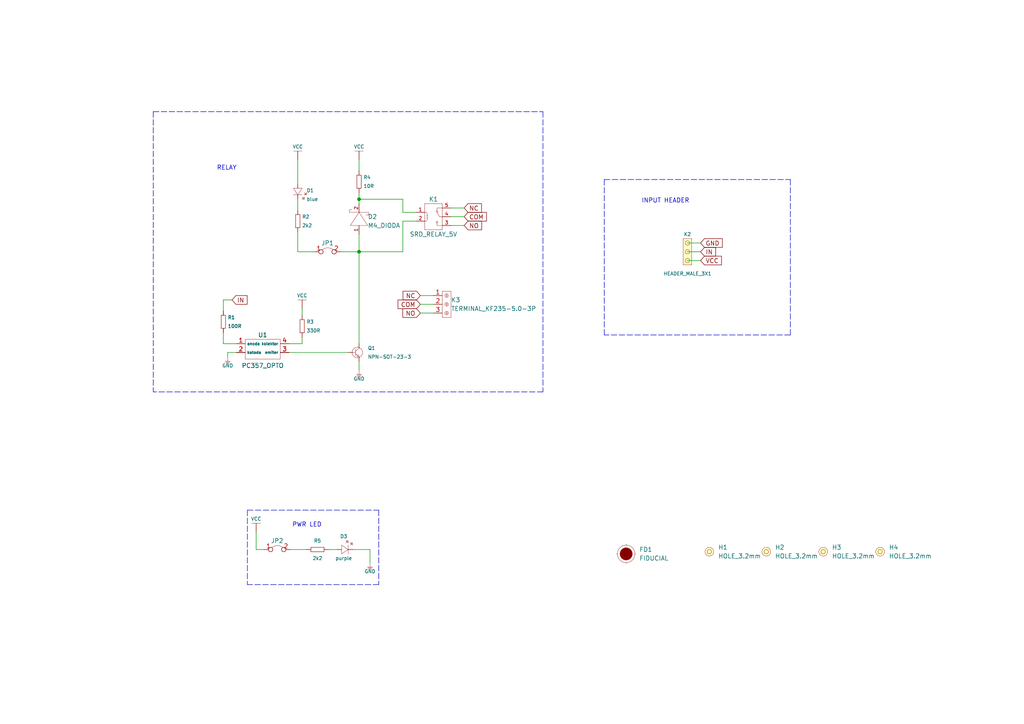
<source format=kicad_sch>
(kicad_sch (version 20210621) (generator eeschema)

  (uuid a693df8b-e501-4c31-9561-6d047d54d2df)

  (paper "A4")

  (title_block
    (title "1CH relay board")
    (date "2021-07-13")
    (rev "V1.1.1.")
    (company "SOLDERED")
    (comment 1 "333024")
  )

  (lib_symbols
    (symbol "e-radionica.com schematics:0402LED" (pin_numbers hide) (pin_names (offset 0.254) hide) (in_bom yes) (on_board yes)
      (property "Reference" "D" (id 0) (at -0.635 2.54 0)
        (effects (font (size 1 1)))
      )
      (property "Value" "0402LED" (id 1) (at 0 -2.54 0)
        (effects (font (size 1 1)))
      )
      (property "Footprint" "e-radionica.com footprinti:0402LED" (id 2) (at 0 5.08 0)
        (effects (font (size 1 1)) hide)
      )
      (property "Datasheet" "" (id 3) (at 0 0 0)
        (effects (font (size 1 1)) hide)
      )
      (property "Package" "0402" (id 4) (at 0 0 0)
        (effects (font (size 1.27 1.27)) hide)
      )
      (symbol "0402LED_0_1"
        (polyline
          (pts
            (xy -0.635 1.27)
            (xy 1.27 0)
          )
          (stroke (width 0.0006)) (fill (type none))
        )
        (polyline
          (pts
            (xy 0.635 1.905)
            (xy 1.27 2.54)
          )
          (stroke (width 0.0006)) (fill (type none))
        )
        (polyline
          (pts
            (xy 1.27 1.27)
            (xy 1.27 -1.27)
          )
          (stroke (width 0.0006)) (fill (type none))
        )
        (polyline
          (pts
            (xy 1.905 1.27)
            (xy 2.54 1.905)
          )
          (stroke (width 0.0006)) (fill (type none))
        )
        (polyline
          (pts
            (xy -0.635 1.27)
            (xy -0.635 -1.27)
            (xy 1.27 0)
          )
          (stroke (width 0.0006)) (fill (type none))
        )
        (polyline
          (pts
            (xy 1.27 2.54)
            (xy 0.635 2.54)
            (xy 1.27 1.905)
            (xy 1.27 2.54)
          )
          (stroke (width 0.0006)) (fill (type none))
        )
        (polyline
          (pts
            (xy 2.54 1.905)
            (xy 1.905 1.905)
            (xy 2.54 1.27)
            (xy 2.54 1.905)
          )
          (stroke (width 0.0006)) (fill (type none))
        )
      )
      (symbol "0402LED_1_1"
        (pin passive line (at -1.905 0 0) (length 1.27)
          (name "A" (effects (font (size 1.27 1.27))))
          (number "1" (effects (font (size 1.27 1.27))))
        )
        (pin passive line (at 2.54 0 180) (length 1.27)
          (name "K" (effects (font (size 1.27 1.27))))
          (number "2" (effects (font (size 1.27 1.27))))
        )
      )
    )
    (symbol "e-radionica.com schematics:0402R" (pin_numbers hide) (pin_names (offset 0.254)) (in_bom yes) (on_board yes)
      (property "Reference" "R" (id 0) (at -1.905 1.27 0)
        (effects (font (size 1 1)))
      )
      (property "Value" "0402R" (id 1) (at 0 -1.27 0)
        (effects (font (size 1 1)))
      )
      (property "Footprint" "e-radionica.com footprinti:0402R" (id 2) (at -2.54 1.905 0)
        (effects (font (size 1 1)) hide)
      )
      (property "Datasheet" "" (id 3) (at -2.54 1.905 0)
        (effects (font (size 1 1)) hide)
      )
      (symbol "0402R_0_1"
        (rectangle (start -1.905 -0.635) (end 1.905 -0.6604)
          (stroke (width 0.1)) (fill (type none))
        )
        (rectangle (start -1.905 0.635) (end -1.8796 -0.635)
          (stroke (width 0.1)) (fill (type none))
        )
        (rectangle (start -1.905 0.635) (end 1.905 0.6096)
          (stroke (width 0.1)) (fill (type none))
        )
        (rectangle (start 1.905 0.635) (end 1.9304 -0.635)
          (stroke (width 0.1)) (fill (type none))
        )
      )
      (symbol "0402R_1_1"
        (pin passive line (at -3.175 0 0) (length 1.27)
          (name "~" (effects (font (size 1.27 1.27))))
          (number "1" (effects (font (size 1.27 1.27))))
        )
        (pin passive line (at 3.175 0 180) (length 1.27)
          (name "~" (effects (font (size 1.27 1.27))))
          (number "2" (effects (font (size 1.27 1.27))))
        )
      )
    )
    (symbol "e-radionica.com schematics:0603R" (pin_numbers hide) (pin_names (offset 0.254)) (in_bom yes) (on_board yes)
      (property "Reference" "R" (id 0) (at -1.905 1.905 0)
        (effects (font (size 1 1)))
      )
      (property "Value" "0603R" (id 1) (at 0 -1.905 0)
        (effects (font (size 1 1)))
      )
      (property "Footprint" "e-radionica.com footprinti:0603R" (id 2) (at -0.635 1.905 0)
        (effects (font (size 1 1)) hide)
      )
      (property "Datasheet" "" (id 3) (at -0.635 1.905 0)
        (effects (font (size 1 1)) hide)
      )
      (symbol "0603R_0_1"
        (rectangle (start -1.905 -0.635) (end 1.905 -0.6604)
          (stroke (width 0.1)) (fill (type none))
        )
        (rectangle (start -1.905 0.635) (end -1.8796 -0.635)
          (stroke (width 0.1)) (fill (type none))
        )
        (rectangle (start -1.905 0.635) (end 1.905 0.6096)
          (stroke (width 0.1)) (fill (type none))
        )
        (rectangle (start 1.905 0.635) (end 1.9304 -0.635)
          (stroke (width 0.1)) (fill (type none))
        )
      )
      (symbol "0603R_1_1"
        (pin passive line (at -3.175 0 0) (length 1.27)
          (name "~" (effects (font (size 1.27 1.27))))
          (number "1" (effects (font (size 1.27 1.27))))
        )
        (pin passive line (at 3.175 0 180) (length 1.27)
          (name "~" (effects (font (size 1.27 1.27))))
          (number "2" (effects (font (size 1.27 1.27))))
        )
      )
    )
    (symbol "e-radionica.com schematics:FIDUCIAL" (in_bom yes) (on_board yes)
      (property "Reference" "FD" (id 0) (at 0 3.81 0)
        (effects (font (size 1.27 1.27)))
      )
      (property "Value" "FIDUCIAL" (id 1) (at 0 -3.81 0)
        (effects (font (size 1.27 1.27)))
      )
      (property "Footprint" "e-radionica.com footprinti:FIDUCIAL_23" (id 2) (at 0.254 -5.334 0)
        (effects (font (size 1.27 1.27)) hide)
      )
      (property "Datasheet" "" (id 3) (at 0 0 0)
        (effects (font (size 1.27 1.27)) hide)
      )
      (symbol "FIDUCIAL_0_1"
        (circle (center 0 0) (radius 2.54) (stroke (width 0.0006)) (fill (type none)))
        (circle (center 0 0) (radius 1.7961) (stroke (width 0.001)) (fill (type outline)))
        (polyline
          (pts
            (xy -2.54 0)
            (xy -2.794 0)
          )
          (stroke (width 0.0006)) (fill (type none))
        )
        (polyline
          (pts
            (xy 0 -2.54)
            (xy 0 -2.794)
          )
          (stroke (width 0.0006)) (fill (type none))
        )
        (polyline
          (pts
            (xy 0 2.54)
            (xy 0 2.794)
          )
          (stroke (width 0.0006)) (fill (type none))
        )
        (polyline
          (pts
            (xy 2.54 0)
            (xy 2.794 0)
          )
          (stroke (width 0.0006)) (fill (type none))
        )
      )
    )
    (symbol "e-radionica.com schematics:GND" (power) (pin_names (offset 0)) (in_bom yes) (on_board yes)
      (property "Reference" "#PWR" (id 0) (at 4.445 0 0)
        (effects (font (size 1 1)) hide)
      )
      (property "Value" "GND" (id 1) (at 0 -2.921 0)
        (effects (font (size 1 1)))
      )
      (property "Footprint" "" (id 2) (at 4.445 3.81 0)
        (effects (font (size 1 1)) hide)
      )
      (property "Datasheet" "" (id 3) (at 4.445 3.81 0)
        (effects (font (size 1 1)) hide)
      )
      (property "ki_keywords" "power-flag" (id 4) (at 0 0 0)
        (effects (font (size 1.27 1.27)) hide)
      )
      (property "ki_description" "Power symbol creates a global label with name \"+3V3\"" (id 5) (at 0 0 0)
        (effects (font (size 1.27 1.27)) hide)
      )
      (symbol "GND_0_1"
        (polyline
          (pts
            (xy -0.762 -1.27)
            (xy 0.762 -1.27)
          )
          (stroke (width 0.0006)) (fill (type none))
        )
        (polyline
          (pts
            (xy -0.635 -1.524)
            (xy 0.635 -1.524)
          )
          (stroke (width 0.0006)) (fill (type none))
        )
        (polyline
          (pts
            (xy -0.381 -1.778)
            (xy 0.381 -1.778)
          )
          (stroke (width 0.0006)) (fill (type none))
        )
        (polyline
          (pts
            (xy -0.127 -2.032)
            (xy 0.127 -2.032)
          )
          (stroke (width 0.0006)) (fill (type none))
        )
        (polyline
          (pts
            (xy 0 0)
            (xy 0 -1.27)
          )
          (stroke (width 0.0006)) (fill (type none))
        )
      )
      (symbol "GND_1_1"
        (pin power_in line (at 0 0 270) (length 0) hide
          (name "GND" (effects (font (size 1.27 1.27))))
          (number "1" (effects (font (size 1.27 1.27))))
        )
      )
    )
    (symbol "e-radionica.com schematics:HEADER_MALE_3X1" (pin_numbers hide) (pin_names hide) (in_bom yes) (on_board yes)
      (property "Reference" "K" (id 0) (at -0.635 5.08 0)
        (effects (font (size 1 1)))
      )
      (property "Value" "HEADER_MALE_3X1" (id 1) (at 0 -5.08 0)
        (effects (font (size 1 1)))
      )
      (property "Footprint" "e-radionica.com footprinti:HEADER_MALE_3X1" (id 2) (at 0 -2.54 0)
        (effects (font (size 1 1)) hide)
      )
      (property "Datasheet" "" (id 3) (at 0 -2.54 0)
        (effects (font (size 1 1)) hide)
      )
      (symbol "HEADER_MALE_3X1_0_1"
        (circle (center 0 -2.54) (radius 0.635) (stroke (width 0.0006)) (fill (type none)))
        (circle (center 0 0) (radius 0.635) (stroke (width 0.0006)) (fill (type none)))
        (circle (center 0 2.54) (radius 0.635) (stroke (width 0.0006)) (fill (type none)))
        (rectangle (start 1.27 -3.81) (end -1.27 3.81)
          (stroke (width 0.001)) (fill (type background))
        )
      )
      (symbol "HEADER_MALE_3X1_1_1"
        (pin passive line (at 0 -2.54 180) (length 0)
          (name "~" (effects (font (size 1 1))))
          (number "1" (effects (font (size 1 1))))
        )
        (pin passive line (at 0 0 180) (length 0)
          (name "~" (effects (font (size 1 1))))
          (number "2" (effects (font (size 1 1))))
        )
        (pin passive line (at 0 2.54 180) (length 0)
          (name "~" (effects (font (size 1 1))))
          (number "3" (effects (font (size 1 1))))
        )
      )
    )
    (symbol "e-radionica.com schematics:HOLE_3.2mm" (pin_numbers hide) (pin_names hide) (in_bom yes) (on_board yes)
      (property "Reference" "H" (id 0) (at 0 2.54 0)
        (effects (font (size 1.27 1.27)))
      )
      (property "Value" "HOLE_3.2mm" (id 1) (at 0 -2.54 0)
        (effects (font (size 1.27 1.27)))
      )
      (property "Footprint" "e-radionica.com footprinti:HOLE_3.2mm" (id 2) (at 0 0 0)
        (effects (font (size 1.27 1.27)) hide)
      )
      (property "Datasheet" "" (id 3) (at 0 0 0)
        (effects (font (size 1.27 1.27)) hide)
      )
      (symbol "HOLE_3.2mm_0_1"
        (circle (center 0 0) (radius 0.635) (stroke (width 0.0006)) (fill (type none)))
        (circle (center 0 0) (radius 1.27) (stroke (width 0.001)) (fill (type background)))
      )
    )
    (symbol "e-radionica.com schematics:M4_DIODA" (pin_names hide) (in_bom yes) (on_board yes)
      (property "Reference" "D" (id 0) (at 0 3.81 0)
        (effects (font (size 1.27 1.27)))
      )
      (property "Value" "M4_DIODA" (id 1) (at 0 -4.572 0)
        (effects (font (size 1.27 1.27)))
      )
      (property "Footprint" "e-radionica.com footprinti:M4_DIODA" (id 2) (at 0 -6.35 0)
        (effects (font (size 1.27 1.27)) hide)
      )
      (property "Datasheet" "" (id 3) (at 0 0 0)
        (effects (font (size 1.27 1.27)) hide)
      )
      (symbol "M4_DIODA_0_1"
        (polyline
          (pts
            (xy -2.54 2.54)
            (xy -2.54 -2.54)
            (xy 1.27 0)
            (xy -2.54 2.54)
          )
          (stroke (width 0.0006)) (fill (type none))
        )
        (polyline
          (pts
            (xy 1.27 2.794)
            (xy 1.27 -2.794)
            (xy 0.508 -2.794)
            (xy 0.508 -2.032)
          )
          (stroke (width 0.0006)) (fill (type none))
        )
        (polyline
          (pts
            (xy 1.27 2.794)
            (xy 2.032 2.794)
            (xy 2.032 2.032)
            (xy 2.032 2.54)
          )
          (stroke (width 0.0006)) (fill (type none))
        )
      )
      (symbol "M4_DIODA_1_1"
        (pin passive line (at -5.08 0 0) (length 2.54)
          (name "A" (effects (font (size 1 1))))
          (number "1" (effects (font (size 1 1))))
        )
        (pin passive line (at 3.81 0 180) (length 2.54)
          (name "K" (effects (font (size 1 1))))
          (number "2" (effects (font (size 1 1))))
        )
      )
    )
    (symbol "e-radionica.com schematics:NPN-SOT-23-3" (pin_numbers hide) (pin_names hide) (in_bom yes) (on_board yes)
      (property "Reference" "Q" (id 0) (at -2.286 2.921 0)
        (effects (font (size 1 1)))
      )
      (property "Value" "NPN-SOT-23-3" (id 1) (at 0 -3.81 0)
        (effects (font (size 1 1)))
      )
      (property "Footprint" "e-radionica.com footprinti:SOT-23-3" (id 2) (at 0 0 0)
        (effects (font (size 1 1)) hide)
      )
      (property "Datasheet" "" (id 3) (at 0 0 0)
        (effects (font (size 1 1)) hide)
      )
      (symbol "NPN-SOT-23-3_0_1"
        (circle (center -0.508 0) (radius 1.524) (stroke (width 0.0006)) (fill (type none)))
        (polyline
          (pts
            (xy -2.032 0)
            (xy -1.016 0)
          )
          (stroke (width 0.0006)) (fill (type none))
        )
        (polyline
          (pts
            (xy -1.016 -0.381)
            (xy -0.4064 -0.9144)
          )
          (stroke (width 0.1)) (fill (type none))
        )
        (polyline
          (pts
            (xy -1.016 0.381)
            (xy 0 1.27)
          )
          (stroke (width 0.0006)) (fill (type none))
        )
        (polyline
          (pts
            (xy -1.016 1.016)
            (xy -1.016 -1.016)
          )
          (stroke (width 0.0006)) (fill (type none))
        )
        (polyline
          (pts
            (xy -0.6096 -1.1684)
            (xy -0.2032 -0.6604)
            (xy 0 -1.27)
            (xy -0.6096 -1.1684)
          )
          (stroke (width 0.0006)) (fill (type none))
        )
      )
      (symbol "NPN-SOT-23-3_1_1"
        (pin passive line (at -3.175 0 0) (length 1.27)
          (name "B" (effects (font (size 1 1))))
          (number "1" (effects (font (size 1 1))))
        )
        (pin passive line (at 0 -2.54 90) (length 1.27)
          (name "E" (effects (font (size 1 1))))
          (number "2" (effects (font (size 1 1))))
        )
        (pin passive line (at 0 2.54 270) (length 1.27)
          (name "C" (effects (font (size 1 1))))
          (number "3" (effects (font (size 1 1))))
        )
      )
    )
    (symbol "e-radionica.com schematics:PC357_OPTO" (in_bom yes) (on_board yes)
      (property "Reference" "U" (id 0) (at 0 5.08 0)
        (effects (font (size 1.27 1.27)))
      )
      (property "Value" "PC357_OPTO" (id 1) (at 0 -5.08 0)
        (effects (font (size 1.27 1.27)))
      )
      (property "Footprint" "e-radionica.com footprinti:PC357_OPTO" (id 2) (at 0 0 0)
        (effects (font (size 1.27 1.27)) hide)
      )
      (property "Datasheet" "" (id 3) (at 0 0 0)
        (effects (font (size 1.27 1.27)) hide)
      )
      (symbol "PC357_OPTO_0_1"
        (rectangle (start -5.08 2.54) (end 5.08 -3.175)
          (stroke (width 0.0006)) (fill (type none))
        )
      )
      (symbol "PC357_OPTO_1_1"
        (pin passive line (at -7.62 1.27 0) (length 2.54)
          (name "anoda" (effects (font (size 0.8 0.8))))
          (number "1" (effects (font (size 1.27 1.27))))
        )
        (pin passive line (at -7.62 -1.27 0) (length 2.54)
          (name "katoda" (effects (font (size 0.8 0.8))))
          (number "2" (effects (font (size 1.27 1.27))))
        )
        (pin passive line (at 7.62 -1.27 180) (length 2.54)
          (name "emiter" (effects (font (size 0.8 0.8))))
          (number "3" (effects (font (size 1.27 1.27))))
        )
        (pin passive line (at 7.62 1.27 180) (length 2.54)
          (name "kolektor" (effects (font (size 0.8 0.8))))
          (number "4" (effects (font (size 1.27 1.27))))
        )
      )
    )
    (symbol "e-radionica.com schematics:SMD-JUMPER-CONNECTED_TRACE_SLODERMASK" (in_bom yes) (on_board yes)
      (property "Reference" "JP" (id 0) (at 0 3.556 0)
        (effects (font (size 1.27 1.27)))
      )
      (property "Value" "SMD-JUMPER-CONNECTED_TRACE_SLODERMASK" (id 1) (at 0 -2.54 0)
        (effects (font (size 1.27 1.27)))
      )
      (property "Footprint" "e-radionica.com footprinti:SMD-JUMPER-CONNECTED_TRACE_SLODERMASK" (id 2) (at 0 -5.715 0)
        (effects (font (size 1.27 1.27)) hide)
      )
      (property "Datasheet" "" (id 3) (at 0 0 0)
        (effects (font (size 1.27 1.27)) hide)
      )
      (symbol "SMD-JUMPER-CONNECTED_TRACE_SLODERMASK_0_1"
        (arc (start -1.8034 0.5588) (end 1.397 0.5842) (radius (at -0.1875 -1.4124) (length 2.5489) (angles 129.3 51.6))
          (stroke (width 0.0006)) (fill (type none))
        )
      )
      (symbol "SMD-JUMPER-CONNECTED_TRACE_SLODERMASK_1_1"
        (pin passive inverted (at -4.064 0 0) (length 2.54)
          (name "" (effects (font (size 1.27 1.27))))
          (number "1" (effects (font (size 1.27 1.27))))
        )
        (pin passive inverted (at 3.556 0 180) (length 2.54)
          (name "" (effects (font (size 1.27 1.27))))
          (number "2" (effects (font (size 1.27 1.27))))
        )
      )
    )
    (symbol "e-radionica.com schematics:SRD_RELAY_5V" (in_bom yes) (on_board yes)
      (property "Reference" "K" (id 0) (at 0 3.81 0)
        (effects (font (size 1.27 1.27)))
      )
      (property "Value" "SRD_RELAY_5V" (id 1) (at 0 -6.35 0)
        (effects (font (size 1.27 1.27)))
      )
      (property "Footprint" "e-radionica.com footprinti:SRD_RELAY_5V" (id 2) (at 1.27 -8.89 0)
        (effects (font (size 1.27 1.27)) hide)
      )
      (property "Datasheet" "" (id 3) (at 0 0 0)
        (effects (font (size 1.27 1.27)) hide)
      )
      (symbol "SRD_RELAY_5V_0_1"
        (arc (start -1.9929 -0.9525) (end -1.9929 -0.3175) (radius (at -2.032 -0.635) (length 0.3199) (angles -83 83))
          (stroke (width 0.0006)) (fill (type none))
        )
        (arc (start -1.9929 -0.3175) (end -1.9929 0.3175) (radius (at -2.032 0) (length 0.3199) (angles -83 83))
          (stroke (width 0.0006)) (fill (type none))
        )
        (arc (start -1.9929 0.3175) (end -1.9929 0.9525) (radius (at -2.032 0.635) (length 0.3199) (angles -83 83))
          (stroke (width 0.0006)) (fill (type none))
        )
        (circle (center 1.016 -1.524) (radius 0.254) (stroke (width 0.0008)) (fill (type none)))
        (circle (center 1.016 1.524) (radius 0.254) (stroke (width 0.0006)) (fill (type none)))
        (rectangle (start 2.54 3.81) (end -2.54 -3.81)
          (stroke (width 0.0006)) (fill (type none))
        )
        (polyline
          (pts
            (xy -2.54 -1.27)
            (xy -2.032 -1.27)
            (xy -2.032 -1.016)
          )
          (stroke (width 0.0006)) (fill (type none))
        )
        (polyline
          (pts
            (xy -2.54 1.27)
            (xy -2.032 1.27)
            (xy -2.032 1.016)
          )
          (stroke (width 0.0006)) (fill (type none))
        )
        (polyline
          (pts
            (xy 2.54 0)
            (xy 1.778 0)
            (xy 1.016 1.27)
          )
          (stroke (width 0.0006)) (fill (type none))
        )
        (polyline
          (pts
            (xy 2.54 2.54)
            (xy 1.016 2.54)
            (xy 1.016 1.778)
          )
          (stroke (width 0.0006)) (fill (type none))
        )
        (polyline
          (pts
            (xy 2.54 -2.54)
            (xy 2.032 -2.54)
            (xy 1.016 -2.54)
            (xy 1.016 -1.778)
          )
          (stroke (width 0.0006)) (fill (type none))
        )
      )
      (symbol "SRD_RELAY_5V_1_1"
        (pin passive line (at -5.08 1.27 0) (length 2.54)
          (name "" (effects (font (size 1 1))))
          (number "1" (effects (font (size 1 1))))
        )
        (pin passive line (at -5.08 -1.27 0) (length 2.54)
          (name "" (effects (font (size 1 1))))
          (number "2" (effects (font (size 1 1))))
        )
        (pin passive line (at 5.08 -2.54 180) (length 2.54)
          (name "" (effects (font (size 1 1))))
          (number "3" (effects (font (size 1 1))))
        )
        (pin passive line (at 5.08 0 180) (length 2.54)
          (name "" (effects (font (size 1 1))))
          (number "4" (effects (font (size 1 1))))
        )
        (pin passive line (at 5.08 2.54 180) (length 2.54)
          (name "" (effects (font (size 1 1))))
          (number "5" (effects (font (size 1 1))))
        )
      )
    )
    (symbol "e-radionica.com schematics:TERMINAL_KF235-5.0-3P" (in_bom yes) (on_board yes)
      (property "Reference" "K" (id 0) (at 0 5.08 0)
        (effects (font (size 1.27 1.27)))
      )
      (property "Value" "TERMINAL_KF235-5.0-3P" (id 1) (at 0 -5.08 0)
        (effects (font (size 1.27 1.27)))
      )
      (property "Footprint" "e-radionica.com footprinti:TERMINAL_KF235-5.0-3P" (id 2) (at 0 -7.62 0)
        (effects (font (size 1.27 1.27)) hide)
      )
      (property "Datasheet" "" (id 3) (at 0 0 0)
        (effects (font (size 1.27 1.27)) hide)
      )
      (symbol "TERMINAL_KF235-5.0-3P_0_1"
        (circle (center 0 -2.54) (radius 0.508) (stroke (width 0.0006)) (fill (type none)))
        (circle (center 0 0) (radius 0.508) (stroke (width 0.0006)) (fill (type none)))
        (circle (center 0 2.54) (radius 0.508) (stroke (width 0.0006)) (fill (type none)))
        (rectangle (start -1.27 3.81) (end 1.27 -3.81)
          (stroke (width 0.0006)) (fill (type none))
        )
        (polyline
          (pts
            (xy -0.254 -2.54)
            (xy 0.254 -2.54)
          )
          (stroke (width 0.0006)) (fill (type none))
        )
        (polyline
          (pts
            (xy -0.254 0)
            (xy 0.254 0)
          )
          (stroke (width 0.0006)) (fill (type none))
        )
        (polyline
          (pts
            (xy -0.254 2.54)
            (xy 0.254 2.54)
          )
          (stroke (width 0.0006)) (fill (type none))
        )
        (polyline
          (pts
            (xy 0 -2.032)
            (xy 0 -3.048)
          )
          (stroke (width 0.0006)) (fill (type none))
        )
        (polyline
          (pts
            (xy 0 0.508)
            (xy 0 -0.508)
          )
          (stroke (width 0.0006)) (fill (type none))
        )
        (polyline
          (pts
            (xy 0 3.048)
            (xy 0 2.032)
          )
          (stroke (width 0.0006)) (fill (type none))
        )
      )
      (symbol "TERMINAL_KF235-5.0-3P_1_1"
        (pin input line (at -3.81 2.54 0) (length 2.54)
          (name "~" (effects (font (size 1.27 1.27))))
          (number "1" (effects (font (size 1.27 1.27))))
        )
        (pin input line (at -3.81 0 0) (length 2.54)
          (name "~" (effects (font (size 1.27 1.27))))
          (number "2" (effects (font (size 1.27 1.27))))
        )
        (pin input line (at -3.81 -2.54 0) (length 2.54)
          (name "~" (effects (font (size 1.27 1.27))))
          (number "3" (effects (font (size 1.27 1.27))))
        )
      )
    )
    (symbol "e-radionica.com schematics:VCC" (power) (pin_names (offset 0)) (in_bom yes) (on_board yes)
      (property "Reference" "#PWR" (id 0) (at 4.445 0 0)
        (effects (font (size 1 1)) hide)
      )
      (property "Value" "VCC" (id 1) (at 0 3.556 0)
        (effects (font (size 1 1)))
      )
      (property "Footprint" "" (id 2) (at 4.445 3.81 0)
        (effects (font (size 1 1)) hide)
      )
      (property "Datasheet" "" (id 3) (at 4.445 3.81 0)
        (effects (font (size 1 1)) hide)
      )
      (property "ki_keywords" "power-flag" (id 4) (at 0 0 0)
        (effects (font (size 1.27 1.27)) hide)
      )
      (property "ki_description" "Power symbol creates a global label with name \"+3V3\"" (id 5) (at 0 0 0)
        (effects (font (size 1.27 1.27)) hide)
      )
      (symbol "VCC_0_1"
        (polyline
          (pts
            (xy -1.27 2.54)
            (xy 1.27 2.54)
          )
          (stroke (width 0.0006)) (fill (type none))
        )
        (polyline
          (pts
            (xy 0 0)
            (xy 0 2.54)
          )
          (stroke (width 0)) (fill (type none))
        )
      )
      (symbol "VCC_1_1"
        (pin power_in line (at 0 0 90) (length 0) hide
          (name "VCC" (effects (font (size 1.27 1.27))))
          (number "1" (effects (font (size 1.27 1.27))))
        )
      )
    )
  )

  (junction (at 104.14 57.785) (diameter 0.9144) (color 0 0 0 0))
  (junction (at 104.14 73.025) (diameter 0.9144) (color 0 0 0 0))

  (wire (pts (xy 64.77 86.995) (xy 67.31 86.995))
    (stroke (width 0) (type solid) (color 0 0 0 0))
    (uuid f216fa0c-0c46-410b-a73e-7769d541a9f6)
  )
  (wire (pts (xy 64.77 90.17) (xy 64.77 86.995))
    (stroke (width 0) (type solid) (color 0 0 0 0))
    (uuid f216fa0c-0c46-410b-a73e-7769d541a9f6)
  )
  (wire (pts (xy 64.77 99.695) (xy 64.77 96.52))
    (stroke (width 0) (type solid) (color 0 0 0 0))
    (uuid 0fb098a2-5760-43b9-a56f-8eeb4aa42885)
  )
  (wire (pts (xy 66.04 102.235) (xy 66.04 103.505))
    (stroke (width 0) (type solid) (color 0 0 0 0))
    (uuid f096cda1-7304-4fb1-9934-2069567227dd)
  )
  (wire (pts (xy 68.58 99.695) (xy 64.77 99.695))
    (stroke (width 0) (type solid) (color 0 0 0 0))
    (uuid 0fb098a2-5760-43b9-a56f-8eeb4aa42885)
  )
  (wire (pts (xy 68.58 102.235) (xy 66.04 102.235))
    (stroke (width 0) (type solid) (color 0 0 0 0))
    (uuid f096cda1-7304-4fb1-9934-2069567227dd)
  )
  (wire (pts (xy 74.295 159.385) (xy 74.295 154.305))
    (stroke (width 0) (type solid) (color 0 0 0 0))
    (uuid d822fdd5-96a4-423d-a559-3ff1bba6c360)
  )
  (wire (pts (xy 76.581 159.385) (xy 74.295 159.385))
    (stroke (width 0) (type solid) (color 0 0 0 0))
    (uuid f6127c1e-9140-40f5-8d17-4912ce4a87ec)
  )
  (wire (pts (xy 83.82 99.695) (xy 87.63 99.695))
    (stroke (width 0) (type solid) (color 0 0 0 0))
    (uuid d647757f-9ce3-480f-8ee3-cd4bbe61c352)
  )
  (wire (pts (xy 83.82 102.235) (xy 100.965 102.235))
    (stroke (width 0) (type solid) (color 0 0 0 0))
    (uuid c47f72e9-9662-4f6b-8afe-03d5dbe09fdc)
  )
  (wire (pts (xy 84.201 159.385) (xy 88.9 159.385))
    (stroke (width 0) (type solid) (color 0 0 0 0))
    (uuid a9ab6716-9aa8-4ab9-ab44-56cd1c75a5d5)
  )
  (wire (pts (xy 86.36 46.355) (xy 86.36 53.34))
    (stroke (width 0) (type solid) (color 0 0 0 0))
    (uuid 99c57d23-9e09-4427-ac30-7cd8ccb71ebe)
  )
  (wire (pts (xy 86.36 57.785) (xy 86.36 60.96))
    (stroke (width 0) (type solid) (color 0 0 0 0))
    (uuid 989d7a7a-c4b4-4155-9c0c-f1dd52677011)
  )
  (wire (pts (xy 86.36 67.31) (xy 86.36 73.025))
    (stroke (width 0) (type solid) (color 0 0 0 0))
    (uuid 0cbd5d30-8c88-4646-8c6c-2da8989e7226)
  )
  (wire (pts (xy 86.36 73.025) (xy 91.186 73.025))
    (stroke (width 0) (type solid) (color 0 0 0 0))
    (uuid 0cbd5d30-8c88-4646-8c6c-2da8989e7226)
  )
  (wire (pts (xy 87.63 89.535) (xy 87.63 91.44))
    (stroke (width 0) (type solid) (color 0 0 0 0))
    (uuid 1f2e185f-3f62-43f6-8432-8792c317fe53)
  )
  (wire (pts (xy 87.63 97.79) (xy 87.63 99.695))
    (stroke (width 0) (type solid) (color 0 0 0 0))
    (uuid d647757f-9ce3-480f-8ee3-cd4bbe61c352)
  )
  (wire (pts (xy 95.25 159.385) (xy 97.79 159.385))
    (stroke (width 0) (type solid) (color 0 0 0 0))
    (uuid 87e15f9a-cb58-4350-8b0f-ecee5e7ce4ee)
  )
  (wire (pts (xy 98.806 73.025) (xy 104.14 73.025))
    (stroke (width 0) (type solid) (color 0 0 0 0))
    (uuid 9febe81f-a347-45ad-9369-50484df975b4)
  )
  (wire (pts (xy 102.235 159.385) (xy 107.315 159.385))
    (stroke (width 0) (type solid) (color 0 0 0 0))
    (uuid df6f7f26-f30c-4031-ba9d-f16a2acaa96e)
  )
  (wire (pts (xy 104.14 46.355) (xy 104.14 49.53))
    (stroke (width 0) (type solid) (color 0 0 0 0))
    (uuid ccdfd5a6-83f9-464c-a52d-4de97ee208d2)
  )
  (wire (pts (xy 104.14 55.88) (xy 104.14 57.785))
    (stroke (width 0) (type solid) (color 0 0 0 0))
    (uuid e0827968-067d-492c-be10-9f6fa1ca4389)
  )
  (wire (pts (xy 104.14 57.785) (xy 104.14 59.055))
    (stroke (width 0) (type solid) (color 0 0 0 0))
    (uuid e0827968-067d-492c-be10-9f6fa1ca4389)
  )
  (wire (pts (xy 104.14 57.785) (xy 116.84 57.785))
    (stroke (width 0) (type solid) (color 0 0 0 0))
    (uuid b77d8f18-46d3-4dad-a393-6576aa6696ba)
  )
  (wire (pts (xy 104.14 73.025) (xy 104.14 67.945))
    (stroke (width 0) (type solid) (color 0 0 0 0))
    (uuid 9febe81f-a347-45ad-9369-50484df975b4)
  )
  (wire (pts (xy 104.14 73.025) (xy 104.14 99.695))
    (stroke (width 0) (type solid) (color 0 0 0 0))
    (uuid 6192cbbb-76ec-478a-8c8b-e7f8172bfe65)
  )
  (wire (pts (xy 104.14 73.025) (xy 116.84 73.025))
    (stroke (width 0) (type solid) (color 0 0 0 0))
    (uuid fcff2fec-e091-4240-a1cd-f40922024c8b)
  )
  (wire (pts (xy 104.14 104.775) (xy 104.14 107.315))
    (stroke (width 0) (type solid) (color 0 0 0 0))
    (uuid 35e2de16-f845-478b-931e-a3ca4a6b36ce)
  )
  (wire (pts (xy 107.315 159.385) (xy 107.315 163.195))
    (stroke (width 0) (type solid) (color 0 0 0 0))
    (uuid 2deff162-2374-4154-a5d5-a8543762ec5a)
  )
  (wire (pts (xy 116.84 61.595) (xy 116.84 57.785))
    (stroke (width 0) (type solid) (color 0 0 0 0))
    (uuid b77d8f18-46d3-4dad-a393-6576aa6696ba)
  )
  (wire (pts (xy 116.84 64.135) (xy 116.84 73.025))
    (stroke (width 0) (type solid) (color 0 0 0 0))
    (uuid fcff2fec-e091-4240-a1cd-f40922024c8b)
  )
  (wire (pts (xy 120.65 61.595) (xy 116.84 61.595))
    (stroke (width 0) (type solid) (color 0 0 0 0))
    (uuid b77d8f18-46d3-4dad-a393-6576aa6696ba)
  )
  (wire (pts (xy 120.65 64.135) (xy 116.84 64.135))
    (stroke (width 0) (type solid) (color 0 0 0 0))
    (uuid fcff2fec-e091-4240-a1cd-f40922024c8b)
  )
  (wire (pts (xy 121.92 85.725) (xy 125.73 85.725))
    (stroke (width 0) (type solid) (color 0 0 0 0))
    (uuid 66a6bc96-9d14-4e7e-8e6b-84ab0e24eacd)
  )
  (wire (pts (xy 121.92 88.265) (xy 125.73 88.265))
    (stroke (width 0) (type solid) (color 0 0 0 0))
    (uuid 411026b2-f2df-4105-ab6a-a00bea366630)
  )
  (wire (pts (xy 121.92 90.805) (xy 125.73 90.805))
    (stroke (width 0) (type solid) (color 0 0 0 0))
    (uuid 381ba1b0-5ba3-4763-a674-6348a6fefdb7)
  )
  (wire (pts (xy 130.81 60.325) (xy 134.62 60.325))
    (stroke (width 0) (type solid) (color 0 0 0 0))
    (uuid 7714fb1c-1daf-4efd-9b66-1478ec926cbc)
  )
  (wire (pts (xy 130.81 62.865) (xy 134.62 62.865))
    (stroke (width 0) (type solid) (color 0 0 0 0))
    (uuid 870ffe50-76ed-4289-adc5-4c2938c05cb0)
  )
  (wire (pts (xy 130.81 65.405) (xy 134.62 65.405))
    (stroke (width 0) (type solid) (color 0 0 0 0))
    (uuid 7778eac1-6905-4f27-8ad8-b7861c64c2af)
  )
  (wire (pts (xy 199.39 70.485) (xy 203.2 70.485))
    (stroke (width 0) (type solid) (color 0 0 0 0))
    (uuid dd61d72f-1249-4251-841d-3c63ff99045e)
  )
  (wire (pts (xy 199.39 73.025) (xy 203.2 73.025))
    (stroke (width 0) (type solid) (color 0 0 0 0))
    (uuid 3fe4a0cd-4a47-46a8-8038-2c18329921c3)
  )
  (wire (pts (xy 199.39 75.565) (xy 203.2 75.565))
    (stroke (width 0) (type solid) (color 0 0 0 0))
    (uuid 46ef5fb3-af41-4d9c-bf9c-43569f08ea3a)
  )
  (polyline (pts (xy 44.45 32.385) (xy 44.45 113.665))
    (stroke (width 0) (type dash) (color 0 0 0 0))
    (uuid 97a3c8ba-3f73-4c76-a56b-ad50e120c860)
  )
  (polyline (pts (xy 44.45 32.385) (xy 157.48 32.385))
    (stroke (width 0) (type dash) (color 0 0 0 0))
    (uuid 97a3c8ba-3f73-4c76-a56b-ad50e120c860)
  )
  (polyline (pts (xy 71.755 147.955) (xy 71.755 169.545))
    (stroke (width 0) (type dash) (color 0 0 0 0))
    (uuid c1e9a208-8843-4418-95c5-04aeb1574d7e)
  )
  (polyline (pts (xy 71.755 147.955) (xy 109.855 147.955))
    (stroke (width 0) (type dash) (color 0 0 0 0))
    (uuid a0a60d65-6f61-49ec-baaf-501f5490e2dd)
  )
  (polyline (pts (xy 109.855 147.955) (xy 109.855 169.545))
    (stroke (width 0) (type dash) (color 0 0 0 0))
    (uuid 3e717e92-4ae2-4d55-8714-7fccde2abfa8)
  )
  (polyline (pts (xy 109.855 169.545) (xy 71.755 169.545))
    (stroke (width 0) (type dash) (color 0 0 0 0))
    (uuid e9aa8d13-ab43-4244-ab71-8390955ead53)
  )
  (polyline (pts (xy 157.48 32.385) (xy 157.48 113.665))
    (stroke (width 0) (type dash) (color 0 0 0 0))
    (uuid 97a3c8ba-3f73-4c76-a56b-ad50e120c860)
  )
  (polyline (pts (xy 157.48 113.665) (xy 44.45 113.665))
    (stroke (width 0) (type dash) (color 0 0 0 0))
    (uuid 97a3c8ba-3f73-4c76-a56b-ad50e120c860)
  )
  (polyline (pts (xy 175.26 52.07) (xy 175.26 97.155))
    (stroke (width 0) (type dash) (color 0 0 0 0))
    (uuid ba53e34b-d8bb-4f8d-8b7f-4f77642525ed)
  )
  (polyline (pts (xy 175.26 52.07) (xy 229.235 52.07))
    (stroke (width 0) (type dash) (color 0 0 0 0))
    (uuid ba53e34b-d8bb-4f8d-8b7f-4f77642525ed)
  )
  (polyline (pts (xy 229.235 52.07) (xy 229.235 97.155))
    (stroke (width 0) (type dash) (color 0 0 0 0))
    (uuid ba53e34b-d8bb-4f8d-8b7f-4f77642525ed)
  )
  (polyline (pts (xy 229.235 97.155) (xy 175.26 97.155))
    (stroke (width 0) (type dash) (color 0 0 0 0))
    (uuid ba53e34b-d8bb-4f8d-8b7f-4f77642525ed)
  )

  (text "RELAY" (at 62.865 49.53 0)
    (effects (font (size 1.27 1.27)) (justify left bottom))
    (uuid e487b237-7a67-4ffe-9bb9-8dbeed122bda)
  )
  (text "PWR LED" (at 93.345 153.035 180)
    (effects (font (size 1.27 1.27)) (justify right bottom))
    (uuid 03315b7b-fc0f-4f76-a4cb-453eeeb95e84)
  )
  (text "INPUT HEADER" (at 186.055 59.055 0)
    (effects (font (size 1.27 1.27)) (justify left bottom))
    (uuid 5972f81c-5272-4707-aab2-30f51a92f90f)
  )

  (global_label "IN" (shape input) (at 67.31 86.995 0)
    (effects (font (size 1.27 1.27)) (justify left))
    (uuid 8f360015-af78-4bbf-921b-dd1bb3526974)
    (property "Intersheet References" "${INTERSHEET_REFS}" (id 0) (at 73.1823 86.9156 0)
      (effects (font (size 1.27 1.27)) (justify left) hide)
    )
  )
  (global_label "NC" (shape input) (at 121.92 85.725 180)
    (effects (font (size 1.27 1.27)) (justify right))
    (uuid e53dd8e7-5df4-4ddb-8df3-a5b4accbf020)
    (property "Intersheet References" "${INTERSHEET_REFS}" (id 0) (at 115.3824 85.6456 0)
      (effects (font (size 1.27 1.27)) (justify right) hide)
    )
  )
  (global_label "COM" (shape input) (at 121.92 88.265 180)
    (effects (font (size 1.27 1.27)) (justify right))
    (uuid 79173d32-ac88-4a65-b372-c41c5cb38f97)
    (property "Intersheet References" "${INTERSHEET_REFS}" (id 0) (at 113.931 88.1856 0)
      (effects (font (size 1.27 1.27)) (justify right) hide)
    )
  )
  (global_label "NO" (shape input) (at 121.92 90.805 180)
    (effects (font (size 1.27 1.27)) (justify right))
    (uuid de181faa-835a-44d1-9281-4e30b5be07f5)
    (property "Intersheet References" "${INTERSHEET_REFS}" (id 0) (at 115.3219 90.7256 0)
      (effects (font (size 1.27 1.27)) (justify right) hide)
    )
  )
  (global_label "NC" (shape input) (at 134.62 60.325 0)
    (effects (font (size 1.27 1.27)) (justify left))
    (uuid 4d38bc80-63be-403a-aab8-5647046415fa)
    (property "Intersheet References" "${INTERSHEET_REFS}" (id 0) (at 141.1576 60.2456 0)
      (effects (font (size 1.27 1.27)) (justify left) hide)
    )
  )
  (global_label "COM" (shape input) (at 134.62 62.865 0)
    (effects (font (size 1.27 1.27)) (justify left))
    (uuid 1ddc7bb6-4e3e-48de-b00b-3eb42e18f40a)
    (property "Intersheet References" "${INTERSHEET_REFS}" (id 0) (at 142.609 62.9444 0)
      (effects (font (size 1.27 1.27)) (justify left) hide)
    )
  )
  (global_label "NO" (shape input) (at 134.62 65.405 0)
    (effects (font (size 1.27 1.27)) (justify left))
    (uuid 93d16162-587d-4bcf-aaa5-cb926835627e)
    (property "Intersheet References" "${INTERSHEET_REFS}" (id 0) (at 141.2181 65.3256 0)
      (effects (font (size 1.27 1.27)) (justify left) hide)
    )
  )
  (global_label "GND" (shape input) (at 203.2 70.485 0)
    (effects (font (size 1.27 1.27)) (justify left))
    (uuid 542a208d-e3d4-4115-b28e-f395b9b18d8f)
    (property "Intersheet References" "${INTERSHEET_REFS}" (id 0) (at 211.0076 70.4056 0)
      (effects (font (size 1.27 1.27)) (justify left) hide)
    )
  )
  (global_label "IN" (shape input) (at 203.2 73.025 0)
    (effects (font (size 1.27 1.27)) (justify left))
    (uuid 3793ff84-1e8d-4436-8b6d-ee4e142153b8)
    (property "Intersheet References" "${INTERSHEET_REFS}" (id 0) (at 209.0723 72.9456 0)
      (effects (font (size 1.27 1.27)) (justify left) hide)
    )
  )
  (global_label "VCC" (shape input) (at 203.2 75.565 0)
    (effects (font (size 1.27 1.27)) (justify left))
    (uuid fb154368-7bb9-4fa3-9f15-8f3c233d7e51)
    (property "Intersheet References" "${INTERSHEET_REFS}" (id 0) (at 210.7657 75.4856 0)
      (effects (font (size 1.27 1.27)) (justify left) hide)
    )
  )

  (symbol (lib_id "e-radionica.com schematics:GND") (at 66.04 103.505 0) (unit 1)
    (in_bom yes) (on_board yes)
    (uuid 1753b1fc-4e0c-4c53-9d1c-b3b2130d2d3a)
    (property "Reference" "#PWR01" (id 0) (at 70.485 103.505 0)
      (effects (font (size 1 1)) hide)
    )
    (property "Value" "GND" (id 1) (at 66.04 106.045 0)
      (effects (font (size 1 1)))
    )
    (property "Footprint" "" (id 2) (at 70.485 99.695 0)
      (effects (font (size 1 1)) hide)
    )
    (property "Datasheet" "" (id 3) (at 70.485 99.695 0)
      (effects (font (size 1 1)) hide)
    )
    (pin "1" (uuid 2a6b0601-cc03-4ad2-b1c8-f6efd66fea6d))
  )

  (symbol (lib_id "e-radionica.com schematics:GND") (at 104.14 107.315 0) (unit 1)
    (in_bom yes) (on_board yes)
    (uuid bc482c74-0df0-4841-a299-270061c822ac)
    (property "Reference" "#PWR05" (id 0) (at 108.585 107.315 0)
      (effects (font (size 1 1)) hide)
    )
    (property "Value" "GND" (id 1) (at 104.14 109.855 0)
      (effects (font (size 1 1)))
    )
    (property "Footprint" "" (id 2) (at 108.585 103.505 0)
      (effects (font (size 1 1)) hide)
    )
    (property "Datasheet" "" (id 3) (at 108.585 103.505 0)
      (effects (font (size 1 1)) hide)
    )
    (pin "1" (uuid 2a6b0601-cc03-4ad2-b1c8-f6efd66fea6d))
  )

  (symbol (lib_id "e-radionica.com schematics:GND") (at 107.315 163.195 0) (unit 1)
    (in_bom yes) (on_board yes)
    (uuid eb9ef081-77bc-4e06-bf09-6f414aecddc3)
    (property "Reference" "#PWR0102" (id 0) (at 111.76 163.195 0)
      (effects (font (size 1 1)) hide)
    )
    (property "Value" "GND" (id 1) (at 107.315 165.735 0)
      (effects (font (size 1 1)))
    )
    (property "Footprint" "" (id 2) (at 111.76 159.385 0)
      (effects (font (size 1 1)) hide)
    )
    (property "Datasheet" "" (id 3) (at 111.76 159.385 0)
      (effects (font (size 1 1)) hide)
    )
    (pin "1" (uuid b48027ee-3255-402b-b2a5-ff9b02292a38))
  )

  (symbol (lib_id "e-radionica.com schematics:HOLE_3.2mm") (at 205.74 160.02 0) (unit 1)
    (in_bom yes) (on_board yes)
    (uuid b029ea0b-4734-4d49-a11b-ea887b2a902e)
    (property "Reference" "H1" (id 0) (at 208.28 158.75 0)
      (effects (font (size 1.27 1.27)) (justify left))
    )
    (property "Value" "HOLE_3.2mm" (id 1) (at 208.28 161.29 0)
      (effects (font (size 1.27 1.27)) (justify left))
    )
    (property "Footprint" "e-radionica.com footprinti:HOLE_3.2mm" (id 2) (at 205.74 160.02 0)
      (effects (font (size 1.27 1.27)) hide)
    )
    (property "Datasheet" "" (id 3) (at 205.74 160.02 0)
      (effects (font (size 1.27 1.27)) hide)
    )
  )

  (symbol (lib_id "e-radionica.com schematics:HOLE_3.2mm") (at 222.25 160.02 0) (unit 1)
    (in_bom yes) (on_board yes)
    (uuid 3b645339-f17f-48c3-8eee-0a388b894c5e)
    (property "Reference" "H2" (id 0) (at 224.79 158.75 0)
      (effects (font (size 1.27 1.27)) (justify left))
    )
    (property "Value" "HOLE_3.2mm" (id 1) (at 224.79 161.29 0)
      (effects (font (size 1.27 1.27)) (justify left))
    )
    (property "Footprint" "e-radionica.com footprinti:HOLE_3.2mm" (id 2) (at 222.25 160.02 0)
      (effects (font (size 1.27 1.27)) hide)
    )
    (property "Datasheet" "" (id 3) (at 222.25 160.02 0)
      (effects (font (size 1.27 1.27)) hide)
    )
  )

  (symbol (lib_id "e-radionica.com schematics:HOLE_3.2mm") (at 238.76 160.02 0) (unit 1)
    (in_bom yes) (on_board yes)
    (uuid 39f7d575-9b78-4f94-ae03-6d793227001a)
    (property "Reference" "H3" (id 0) (at 241.3 158.75 0)
      (effects (font (size 1.27 1.27)) (justify left))
    )
    (property "Value" "HOLE_3.2mm" (id 1) (at 241.3 161.29 0)
      (effects (font (size 1.27 1.27)) (justify left))
    )
    (property "Footprint" "e-radionica.com footprinti:HOLE_3.2mm" (id 2) (at 238.76 160.02 0)
      (effects (font (size 1.27 1.27)) hide)
    )
    (property "Datasheet" "" (id 3) (at 238.76 160.02 0)
      (effects (font (size 1.27 1.27)) hide)
    )
  )

  (symbol (lib_id "e-radionica.com schematics:HOLE_3.2mm") (at 255.27 160.02 0) (unit 1)
    (in_bom yes) (on_board yes)
    (uuid 29469e5b-b374-44c3-a1d0-19ea6ebe76d3)
    (property "Reference" "H4" (id 0) (at 257.81 158.75 0)
      (effects (font (size 1.27 1.27)) (justify left))
    )
    (property "Value" "HOLE_3.2mm" (id 1) (at 257.81 161.29 0)
      (effects (font (size 1.27 1.27)) (justify left))
    )
    (property "Footprint" "e-radionica.com footprinti:HOLE_3.2mm" (id 2) (at 255.27 160.02 0)
      (effects (font (size 1.27 1.27)) hide)
    )
    (property "Datasheet" "" (id 3) (at 255.27 160.02 0)
      (effects (font (size 1.27 1.27)) hide)
    )
  )

  (symbol (lib_id "e-radionica.com schematics:VCC") (at 74.295 154.305 0) (unit 1)
    (in_bom yes) (on_board yes)
    (uuid b3f514a6-50ee-41ed-a64c-5a27f7cc5d19)
    (property "Reference" "#PWR0101" (id 0) (at 78.74 154.305 0)
      (effects (font (size 1 1)) hide)
    )
    (property "Value" "VCC" (id 1) (at 74.295 150.495 0)
      (effects (font (size 1 1)))
    )
    (property "Footprint" "" (id 2) (at 78.74 150.495 0)
      (effects (font (size 1 1)) hide)
    )
    (property "Datasheet" "" (id 3) (at 78.74 150.495 0)
      (effects (font (size 1 1)) hide)
    )
    (pin "1" (uuid 880ab5f1-4ce6-4115-affc-cd5dc0bdc613))
  )

  (symbol (lib_id "e-radionica.com schematics:VCC") (at 86.36 46.355 0) (unit 1)
    (in_bom yes) (on_board yes)
    (uuid 54caea64-0620-404c-968b-ca0791090fde)
    (property "Reference" "#PWR02" (id 0) (at 90.805 46.355 0)
      (effects (font (size 1 1)) hide)
    )
    (property "Value" "VCC" (id 1) (at 86.36 42.545 0)
      (effects (font (size 1 1)))
    )
    (property "Footprint" "" (id 2) (at 90.805 42.545 0)
      (effects (font (size 1 1)) hide)
    )
    (property "Datasheet" "" (id 3) (at 90.805 42.545 0)
      (effects (font (size 1 1)) hide)
    )
    (pin "1" (uuid e571e0e3-e056-442c-960f-7cf58a241f47))
  )

  (symbol (lib_id "e-radionica.com schematics:VCC") (at 87.63 89.535 0) (unit 1)
    (in_bom yes) (on_board yes)
    (uuid fde27e53-0459-48bc-a73b-6f9b5378171f)
    (property "Reference" "#PWR03" (id 0) (at 92.075 89.535 0)
      (effects (font (size 1 1)) hide)
    )
    (property "Value" "VCC" (id 1) (at 87.63 85.725 0)
      (effects (font (size 1 1)))
    )
    (property "Footprint" "" (id 2) (at 92.075 85.725 0)
      (effects (font (size 1 1)) hide)
    )
    (property "Datasheet" "" (id 3) (at 92.075 85.725 0)
      (effects (font (size 1 1)) hide)
    )
    (pin "1" (uuid e571e0e3-e056-442c-960f-7cf58a241f47))
  )

  (symbol (lib_id "e-radionica.com schematics:VCC") (at 104.14 46.355 0) (unit 1)
    (in_bom yes) (on_board yes)
    (uuid 111d2c6d-79c0-4a38-9aa6-6c10677e8491)
    (property "Reference" "#PWR04" (id 0) (at 108.585 46.355 0)
      (effects (font (size 1 1)) hide)
    )
    (property "Value" "VCC" (id 1) (at 104.14 42.545 0)
      (effects (font (size 1 1)))
    )
    (property "Footprint" "" (id 2) (at 108.585 42.545 0)
      (effects (font (size 1 1)) hide)
    )
    (property "Datasheet" "" (id 3) (at 108.585 42.545 0)
      (effects (font (size 1 1)) hide)
    )
    (pin "1" (uuid e571e0e3-e056-442c-960f-7cf58a241f47))
  )

  (symbol (lib_id "e-radionica.com schematics:0603R") (at 64.77 93.345 90) (unit 1)
    (in_bom yes) (on_board yes)
    (uuid 6973e326-d0d3-4b83-a435-80e2b1155cd2)
    (property "Reference" "R1" (id 0) (at 66.04 92.075 90)
      (effects (font (size 1 1)) (justify right))
    )
    (property "Value" "100R" (id 1) (at 66.04 94.615 90)
      (effects (font (size 1 1)) (justify right))
    )
    (property "Footprint" "e-radionica.com footprinti:0603R" (id 2) (at 62.865 93.98 0)
      (effects (font (size 1 1)) hide)
    )
    (property "Datasheet" "" (id 3) (at 62.865 93.98 0)
      (effects (font (size 1 1)) hide)
    )
    (pin "1" (uuid a8c5e7dc-86d0-4490-9304-3baefec916c3))
    (pin "2" (uuid 84ae3df0-d605-45dc-879f-2ff4029f2dd1))
  )

  (symbol (lib_id "e-radionica.com schematics:0402R") (at 86.36 64.135 90) (unit 1)
    (in_bom yes) (on_board yes)
    (uuid 30a7b7de-d9fc-44e2-8a08-f602df6eb20a)
    (property "Reference" "R2" (id 0) (at 87.63 62.865 90)
      (effects (font (size 1 1)) (justify right))
    )
    (property "Value" "2k2" (id 1) (at 87.63 65.405 90)
      (effects (font (size 1 1)) (justify right))
    )
    (property "Footprint" "e-radionica.com footprinti:0402R" (id 2) (at 84.455 66.675 0)
      (effects (font (size 1 1)) hide)
    )
    (property "Datasheet" "" (id 3) (at 84.455 66.675 0)
      (effects (font (size 1 1)) hide)
    )
    (pin "1" (uuid 09e26ab9-0f29-48b0-b869-9614232ee10c))
    (pin "2" (uuid 363e5fbb-e896-4811-9a44-d2cf4d95dc66))
  )

  (symbol (lib_id "e-radionica.com schematics:0603R") (at 87.63 94.615 90) (unit 1)
    (in_bom yes) (on_board yes)
    (uuid ca583cbb-c385-470f-aec2-b7acaa5347d4)
    (property "Reference" "R3" (id 0) (at 88.9 93.345 90)
      (effects (font (size 1 1)) (justify right))
    )
    (property "Value" "330R" (id 1) (at 88.9 95.885 90)
      (effects (font (size 1 1)) (justify right))
    )
    (property "Footprint" "e-radionica.com footprinti:0603R" (id 2) (at 85.725 95.25 0)
      (effects (font (size 1 1)) hide)
    )
    (property "Datasheet" "" (id 3) (at 85.725 95.25 0)
      (effects (font (size 1 1)) hide)
    )
    (pin "1" (uuid a8c5e7dc-86d0-4490-9304-3baefec916c3))
    (pin "2" (uuid 84ae3df0-d605-45dc-879f-2ff4029f2dd1))
  )

  (symbol (lib_id "e-radionica.com schematics:0402R") (at 92.075 159.385 0) (unit 1)
    (in_bom yes) (on_board yes)
    (uuid ea8a47e6-55f6-41bc-a325-32cd54ab5679)
    (property "Reference" "R5" (id 0) (at 92.075 156.845 0)
      (effects (font (size 1 1)))
    )
    (property "Value" "2k2" (id 1) (at 92.075 161.925 0)
      (effects (font (size 1 1)))
    )
    (property "Footprint" "e-radionica.com footprinti:0402R" (id 2) (at 89.535 157.48 0)
      (effects (font (size 1 1)) hide)
    )
    (property "Datasheet" "" (id 3) (at 89.535 157.48 0)
      (effects (font (size 1 1)) hide)
    )
    (pin "1" (uuid 53a5155e-8f1d-471f-aa6d-00b89d4c01db))
    (pin "2" (uuid 840e5e56-6e87-4b32-a4db-80daff3f9fe9))
  )

  (symbol (lib_id "e-radionica.com schematics:0603R") (at 104.14 52.705 90) (unit 1)
    (in_bom yes) (on_board yes)
    (uuid a62822d4-1e1d-48c3-be59-ffbfe454a2f6)
    (property "Reference" "R4" (id 0) (at 105.41 51.435 90)
      (effects (font (size 1 1)) (justify right))
    )
    (property "Value" "10R" (id 1) (at 105.41 53.975 90)
      (effects (font (size 1 1)) (justify right))
    )
    (property "Footprint" "e-radionica.com footprinti:0603R" (id 2) (at 102.235 53.34 0)
      (effects (font (size 1 1)) hide)
    )
    (property "Datasheet" "" (id 3) (at 102.235 53.34 0)
      (effects (font (size 1 1)) hide)
    )
    (pin "1" (uuid a8c5e7dc-86d0-4490-9304-3baefec916c3))
    (pin "2" (uuid 84ae3df0-d605-45dc-879f-2ff4029f2dd1))
  )

  (symbol (lib_id "e-radionica.com schematics:SMD-JUMPER-CONNECTED_TRACE_SLODERMASK") (at 80.645 159.385 0) (unit 1)
    (in_bom yes) (on_board yes)
    (uuid 8bead903-38cb-4f5e-a81e-0e3265554995)
    (property "Reference" "JP2" (id 0) (at 80.391 156.845 0))
    (property "Value" "SMD-JUMPER-CONNECTED_TRACE_SLODERMASK" (id 1) (at 80.391 161.925 0)
      (effects (font (size 1.27 1.27)) hide)
    )
    (property "Footprint" "e-radionica.com footprinti:SMD-JUMPER-CONNECTED_TRACE_SLODERMASK" (id 2) (at 80.645 165.1 0)
      (effects (font (size 1.27 1.27)) hide)
    )
    (property "Datasheet" "" (id 3) (at 80.645 159.385 0)
      (effects (font (size 1.27 1.27)) hide)
    )
    (pin "1" (uuid 107613b8-c23a-4160-8dc5-8807b43659c6))
    (pin "2" (uuid 4791f4da-2dc1-437d-b12b-7794c10a4809))
  )

  (symbol (lib_id "e-radionica.com schematics:SMD-JUMPER-CONNECTED_TRACE_SLODERMASK") (at 95.25 73.025 0) (unit 1)
    (in_bom yes) (on_board yes)
    (uuid 6cb8a423-d17c-4725-99ed-92156c381c0e)
    (property "Reference" "JP1" (id 0) (at 94.996 70.485 0))
    (property "Value" "SMD-JUMPER-CONNECTED_TRACE_SLODERMASK" (id 1) (at 94.996 75.565 0)
      (effects (font (size 1.27 1.27)) hide)
    )
    (property "Footprint" "e-radionica.com footprinti:SMD-JUMPER-CONNECTED_TRACE_SLODERMASK" (id 2) (at 95.25 78.74 0)
      (effects (font (size 1.27 1.27)) hide)
    )
    (property "Datasheet" "" (id 3) (at 95.25 73.025 0)
      (effects (font (size 1.27 1.27)) hide)
    )
    (pin "1" (uuid b8469861-0bbb-40e2-9f14-b0400a080134))
    (pin "2" (uuid ba5f4021-732c-4f5e-8f43-2da5cb310fb2))
  )

  (symbol (lib_id "e-radionica.com schematics:HEADER_MALE_3X1") (at 199.39 73.025 0) (unit 1)
    (in_bom yes) (on_board yes)
    (uuid 8bb94237-75d3-4746-9e10-e04ba54a701c)
    (property "Reference" "K2" (id 0) (at 199.39 67.945 0)
      (effects (font (size 1 1)))
    )
    (property "Value" "HEADER_MALE_3X1" (id 1) (at 199.39 79.375 0)
      (effects (font (size 1 1)))
    )
    (property "Footprint" "e-radionica.com footprinti:HEADER_MALE_3X1" (id 2) (at 199.39 75.565 0)
      (effects (font (size 1 1)) hide)
    )
    (property "Datasheet" "" (id 3) (at 199.39 75.565 0)
      (effects (font (size 1 1)) hide)
    )
    (pin "1" (uuid 3b9550cd-379c-4b51-84df-6ce3c00d1476))
    (pin "2" (uuid b518cf58-973c-46ee-9c0b-534211fda15d))
    (pin "3" (uuid 6edaa492-622f-46cd-b9b5-06bd493b5a17))
  )

  (symbol (lib_id "e-radionica.com schematics:0402LED") (at 86.36 55.245 270) (unit 1)
    (in_bom yes) (on_board yes)
    (uuid 41d466ff-b191-44e1-aed7-2fd548c3783a)
    (property "Reference" "D1" (id 0) (at 88.9 55.245 90)
      (effects (font (size 1 1)) (justify left))
    )
    (property "Value" "blue" (id 1) (at 88.9 57.785 90)
      (effects (font (size 1 1)) (justify left))
    )
    (property "Footprint" "e-radionica.com footprinti:0402LED" (id 2) (at 91.44 55.245 0)
      (effects (font (size 1 1)) hide)
    )
    (property "Datasheet" "" (id 3) (at 86.36 55.245 0)
      (effects (font (size 1 1)) hide)
    )
    (property "Package" "0402" (id 4) (at 86.36 55.245 0)
      (effects (font (size 1.27 1.27)) hide)
    )
    (pin "1" (uuid 7f8f9210-d112-402a-9505-3ab3f289ec7d))
    (pin "2" (uuid 5063a8ac-83a8-4455-9bad-2e9bd28a73bf))
  )

  (symbol (lib_id "e-radionica.com schematics:0402LED") (at 99.695 159.385 0) (unit 1)
    (in_bom yes) (on_board yes)
    (uuid 81961395-1345-4f52-8c7c-e031347825be)
    (property "Reference" "D3" (id 0) (at 99.695 155.575 0)
      (effects (font (size 1 1)))
    )
    (property "Value" "purple" (id 1) (at 99.695 161.925 0)
      (effects (font (size 1 1)))
    )
    (property "Footprint" "e-radionica.com footprinti:0402LED" (id 2) (at 99.695 154.305 0)
      (effects (font (size 1 1)) hide)
    )
    (property "Datasheet" "" (id 3) (at 99.695 159.385 0)
      (effects (font (size 1 1)) hide)
    )
    (property "Package" "0402" (id 4) (at 99.695 159.385 0)
      (effects (font (size 1.27 1.27)) hide)
    )
    (pin "1" (uuid 0146934e-21f5-412d-b24d-407a8e2680f0))
    (pin "2" (uuid 8c3fd009-44e3-44b3-94f0-105703795831))
  )

  (symbol (lib_id "e-radionica.com schematics:NPN-SOT-23-3") (at 104.14 102.235 0) (unit 1)
    (in_bom yes) (on_board yes)
    (uuid f8392502-9e1e-43c3-a298-250cd812cc78)
    (property "Reference" "Q1" (id 0) (at 106.68 100.965 0)
      (effects (font (size 1 1)) (justify left))
    )
    (property "Value" "NPN-SOT-23-3" (id 1) (at 106.68 103.505 0)
      (effects (font (size 1 1)) (justify left))
    )
    (property "Footprint" "e-radionica.com footprinti:SOT-23-3" (id 2) (at 104.14 102.235 0)
      (effects (font (size 1 1)) hide)
    )
    (property "Datasheet" "" (id 3) (at 104.14 102.235 0)
      (effects (font (size 1 1)) hide)
    )
    (pin "1" (uuid bac47971-d4fd-483f-8eb8-151db09291c2))
    (pin "2" (uuid d33f88aa-ed1e-4004-b7a6-b155d1314a43))
    (pin "3" (uuid 73b6cac2-3282-40c1-9174-e42eaf25e4d4))
  )

  (symbol (lib_id "e-radionica.com schematics:FIDUCIAL") (at 181.61 160.655 0) (unit 1)
    (in_bom yes) (on_board yes) (fields_autoplaced)
    (uuid e62cdb7f-dc01-490d-af26-b0a2e6e740a4)
    (property "Reference" "FD1" (id 0) (at 185.42 159.3849 0)
      (effects (font (size 1.27 1.27)) (justify left))
    )
    (property "Value" "FIDUCIAL" (id 1) (at 185.42 161.9249 0)
      (effects (font (size 1.27 1.27)) (justify left))
    )
    (property "Footprint" "e-radionica.com footprinti:FIDUCIAL_23" (id 2) (at 181.864 165.989 0)
      (effects (font (size 1.27 1.27)) hide)
    )
    (property "Datasheet" "" (id 3) (at 181.61 160.655 0)
      (effects (font (size 1.27 1.27)) hide)
    )
  )

  (symbol (lib_id "e-radionica.com schematics:TERMINAL_KF235-5.0-3P") (at 129.54 88.265 0) (unit 1)
    (in_bom yes) (on_board yes)
    (uuid f1e9e274-f9fb-49a5-8f0f-834837e565a7)
    (property "Reference" "K3" (id 0) (at 130.81 86.995 0)
      (effects (font (size 1.27 1.27)) (justify left))
    )
    (property "Value" "TERMINAL_KF235-5.0-3P" (id 1) (at 130.81 89.535 0)
      (effects (font (size 1.27 1.27)) (justify left))
    )
    (property "Footprint" "e-radionica.com footprinti:TERMINAL_KF235-5.0-3P" (id 2) (at 129.54 95.885 0)
      (effects (font (size 1.27 1.27)) hide)
    )
    (property "Datasheet" "" (id 3) (at 129.54 88.265 0)
      (effects (font (size 1.27 1.27)) hide)
    )
    (pin "1" (uuid dd297e2a-48cb-4c57-aa03-e5055247f08d))
    (pin "2" (uuid bbd2d8c2-c992-45b3-9e6e-fbd0ce432828))
    (pin "3" (uuid ac6aa0fd-6138-4b2f-8af3-3c63ea0f3cc8))
  )

  (symbol (lib_id "e-radionica.com schematics:M4_DIODA") (at 104.14 62.865 90) (unit 1)
    (in_bom yes) (on_board yes)
    (uuid 2cfc0320-4d52-4381-a6fa-921d3f09e305)
    (property "Reference" "D2" (id 0) (at 106.68 62.865 90)
      (effects (font (size 1.27 1.27)) (justify right))
    )
    (property "Value" "M4_DIODA" (id 1) (at 106.68 65.405 90)
      (effects (font (size 1.27 1.27)) (justify right))
    )
    (property "Footprint" "e-radionica.com footprinti:M4_DIODA" (id 2) (at 104.14 62.865 0)
      (effects (font (size 1.27 1.27)) hide)
    )
    (property "Datasheet" "" (id 3) (at 104.14 62.865 0)
      (effects (font (size 1.27 1.27)) hide)
    )
    (pin "1" (uuid 557ebc8a-983f-4600-8fa3-065fc8b7f346))
    (pin "2" (uuid 5d409271-d777-4da8-9f4d-274e9183297e))
  )

  (symbol (lib_id "e-radionica.com schematics:SRD_RELAY_5V") (at 125.73 62.865 0) (unit 1)
    (in_bom yes) (on_board yes)
    (uuid abb21438-8e69-4476-9f4b-33a93fad0333)
    (property "Reference" "K1" (id 0) (at 125.73 57.785 0))
    (property "Value" "SRD_RELAY_5V" (id 1) (at 125.73 67.945 0))
    (property "Footprint" "e-radionica.com footprinti:SRD_RELAY_5V" (id 2) (at 125.73 62.865 0)
      (effects (font (size 1.27 1.27)) hide)
    )
    (property "Datasheet" "" (id 3) (at 125.73 62.865 0)
      (effects (font (size 1.27 1.27)) hide)
    )
    (pin "1" (uuid e5fd1d1f-aa6e-4e58-9a08-776ff2005256))
    (pin "2" (uuid f4dc7049-1dc3-47b6-b8e4-ed057213a57e))
    (pin "3" (uuid 2521dd8e-0ade-4027-99a2-c67cbc57f9e3))
    (pin "4" (uuid 4eb487e3-7067-4e84-9a4d-bcac69af8f2f))
    (pin "5" (uuid 0a5f2271-04ef-44dc-833a-43e53337ce34))
  )

  (symbol (lib_id "e-radionica.com schematics:PC357_OPTO") (at 76.2 100.965 0) (unit 1)
    (in_bom yes) (on_board yes)
    (uuid 27fe9ee6-8062-4e12-ad50-9698e3f35f43)
    (property "Reference" "U1" (id 0) (at 76.2 97.155 0))
    (property "Value" "PC357_OPTO" (id 1) (at 76.2 106.045 0))
    (property "Footprint" "e-radionica.com footprinti:PC357_OPTO" (id 2) (at 76.2 100.965 0)
      (effects (font (size 1.27 1.27)) hide)
    )
    (property "Datasheet" "" (id 3) (at 76.2 100.965 0)
      (effects (font (size 1.27 1.27)) hide)
    )
    (pin "1" (uuid 8c246edb-df7a-461d-a782-755575b565cb))
    (pin "2" (uuid e931faf0-525f-4032-9521-d06c390e5937))
    (pin "3" (uuid 36b09dee-14e2-407a-8ca2-374b2080a69f))
    (pin "4" (uuid 9dc76279-deec-4be2-8072-214e09c35815))
  )

  (sheet_instances
    (path "/" (page "1"))
  )

  (symbol_instances
    (path "/1753b1fc-4e0c-4c53-9d1c-b3b2130d2d3a"
      (reference "#PWR01") (unit 1) (value "GND") (footprint "")
    )
    (path "/54caea64-0620-404c-968b-ca0791090fde"
      (reference "#PWR02") (unit 1) (value "VCC") (footprint "")
    )
    (path "/fde27e53-0459-48bc-a73b-6f9b5378171f"
      (reference "#PWR03") (unit 1) (value "VCC") (footprint "")
    )
    (path "/111d2c6d-79c0-4a38-9aa6-6c10677e8491"
      (reference "#PWR04") (unit 1) (value "VCC") (footprint "")
    )
    (path "/bc482c74-0df0-4841-a299-270061c822ac"
      (reference "#PWR05") (unit 1) (value "GND") (footprint "")
    )
    (path "/b3f514a6-50ee-41ed-a64c-5a27f7cc5d19"
      (reference "#PWR0101") (unit 1) (value "VCC") (footprint "")
    )
    (path "/eb9ef081-77bc-4e06-bf09-6f414aecddc3"
      (reference "#PWR0102") (unit 1) (value "GND") (footprint "")
    )
    (path "/41d466ff-b191-44e1-aed7-2fd548c3783a"
      (reference "D1") (unit 1) (value "blue") (footprint "e-radionica.com footprinti:0402LED")
    )
    (path "/2cfc0320-4d52-4381-a6fa-921d3f09e305"
      (reference "D2") (unit 1) (value "M4_DIODA") (footprint "e-radionica.com footprinti:M4_DIODA")
    )
    (path "/81961395-1345-4f52-8c7c-e031347825be"
      (reference "D3") (unit 1) (value "purple") (footprint "e-radionica.com footprinti:0402LED")
    )
    (path "/e62cdb7f-dc01-490d-af26-b0a2e6e740a4"
      (reference "FD1") (unit 1) (value "FIDUCIAL") (footprint "e-radionica.com footprinti:FIDUCIAL_23")
    )
    (path "/b029ea0b-4734-4d49-a11b-ea887b2a902e"
      (reference "H1") (unit 1) (value "HOLE_3.2mm") (footprint "e-radionica.com footprinti:HOLE_3.2mm")
    )
    (path "/3b645339-f17f-48c3-8eee-0a388b894c5e"
      (reference "H2") (unit 1) (value "HOLE_3.2mm") (footprint "e-radionica.com footprinti:HOLE_3.2mm")
    )
    (path "/39f7d575-9b78-4f94-ae03-6d793227001a"
      (reference "H3") (unit 1) (value "HOLE_3.2mm") (footprint "e-radionica.com footprinti:HOLE_3.2mm")
    )
    (path "/29469e5b-b374-44c3-a1d0-19ea6ebe76d3"
      (reference "H4") (unit 1) (value "HOLE_3.2mm") (footprint "e-radionica.com footprinti:HOLE_3.2mm")
    )
    (path "/6cb8a423-d17c-4725-99ed-92156c381c0e"
      (reference "JP1") (unit 1) (value "SMD-JUMPER-CONNECTED_TRACE_SLODERMASK") (footprint "e-radionica.com footprinti:SMD-JUMPER-CONNECTED_TRACE_SLODERMASK")
    )
    (path "/8bead903-38cb-4f5e-a81e-0e3265554995"
      (reference "JP2") (unit 1) (value "SMD-JUMPER-CONNECTED_TRACE_SLODERMASK") (footprint "e-radionica.com footprinti:SMD-JUMPER-CONNECTED_TRACE_SLODERMASK")
    )
    (path "/abb21438-8e69-4476-9f4b-33a93fad0333"
      (reference "K1") (unit 1) (value "SRD_RELAY_5V") (footprint "e-radionica.com footprinti:SRD_RELAY_5V")
    )
    (path "/8bb94237-75d3-4746-9e10-e04ba54a701c"
      (reference "K2") (unit 1) (value "HEADER_MALE_3X1") (footprint "e-radionica.com footprinti:HEADER_MALE_3X1")
    )
    (path "/f1e9e274-f9fb-49a5-8f0f-834837e565a7"
      (reference "K3") (unit 1) (value "TERMINAL_KF235-5.0-3P") (footprint "e-radionica.com footprinti:TERMINAL_KF235-5.0-3P")
    )
    (path "/f8392502-9e1e-43c3-a298-250cd812cc78"
      (reference "Q1") (unit 1) (value "NPN-SOT-23-3") (footprint "e-radionica.com footprinti:SOT-23-3")
    )
    (path "/6973e326-d0d3-4b83-a435-80e2b1155cd2"
      (reference "R1") (unit 1) (value "100R") (footprint "e-radionica.com footprinti:0603R")
    )
    (path "/30a7b7de-d9fc-44e2-8a08-f602df6eb20a"
      (reference "R2") (unit 1) (value "2k2") (footprint "e-radionica.com footprinti:0402R")
    )
    (path "/ca583cbb-c385-470f-aec2-b7acaa5347d4"
      (reference "R3") (unit 1) (value "330R") (footprint "e-radionica.com footprinti:0603R")
    )
    (path "/a62822d4-1e1d-48c3-be59-ffbfe454a2f6"
      (reference "R4") (unit 1) (value "10R") (footprint "e-radionica.com footprinti:0603R")
    )
    (path "/ea8a47e6-55f6-41bc-a325-32cd54ab5679"
      (reference "R5") (unit 1) (value "2k2") (footprint "e-radionica.com footprinti:0402R")
    )
    (path "/27fe9ee6-8062-4e12-ad50-9698e3f35f43"
      (reference "U1") (unit 1) (value "PC357_OPTO") (footprint "e-radionica.com footprinti:PC357_OPTO")
    )
  )
)

</source>
